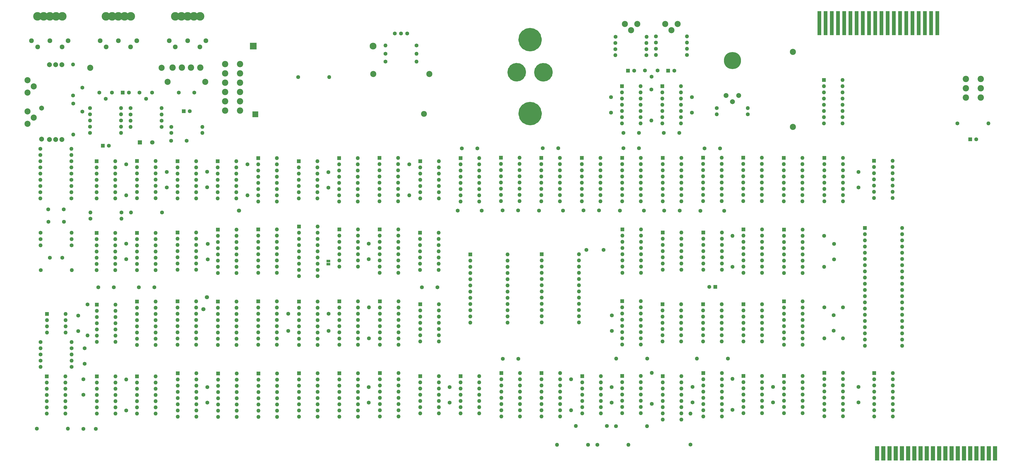
<source format=gbr>
%TF.GenerationSoftware,KiCad,Pcbnew,7.0.7*%
%TF.CreationDate,2023-09-25T12:36:18+01:00*%
%TF.ProjectId,TRS80IUS,54525338-3049-4555-932e-6b696361645f,rev?*%
%TF.SameCoordinates,Original*%
%TF.FileFunction,Soldermask,Top*%
%TF.FilePolarity,Negative*%
%FSLAX46Y46*%
G04 Gerber Fmt 4.6, Leading zero omitted, Abs format (unit mm)*
G04 Created by KiCad (PCBNEW 7.0.7) date 2023-09-25 12:36:18*
%MOMM*%
%LPD*%
G01*
G04 APERTURE LIST*
G04 Aperture macros list*
%AMFreePoly0*
4,1,45,1.815063,0.845106,1.830902,0.845106,1.843715,0.835796,1.858779,0.830902,1.868088,0.818088,1.880902,0.808779,1.885796,0.793715,1.895106,0.780902,1.895106,0.765062,1.900000,0.750000,1.900000,-0.750000,1.895106,-0.765062,1.895106,-0.780902,1.885796,-0.793715,1.880902,-0.808779,1.868088,-0.818088,1.858779,-0.830902,1.843715,-0.835796,1.830902,-0.845106,1.815063,-0.845106,
1.800000,-0.850000,-3.880000,-0.850000,-3.895063,-0.845106,-3.910902,-0.845106,-3.923715,-0.835796,-3.938779,-0.830902,-3.948088,-0.818088,-3.960902,-0.808779,-3.965796,-0.793715,-3.975106,-0.780902,-3.975106,-0.765062,-3.980000,-0.750000,-3.980000,0.750000,-3.975106,0.765062,-3.975106,0.780902,-3.965796,0.793715,-3.960902,0.808779,-3.948088,0.818088,-3.938779,0.830902,-3.923715,0.835796,
-3.910902,0.845106,-3.895063,0.845106,-3.880000,0.850000,1.800000,0.850000,1.815063,0.845106,1.815063,0.845106,$1*%
G04 Aperture macros list end*
%ADD10C,3.815000*%
%ADD11C,4.785000*%
%ADD12R,1.500000X1.000000*%
%ADD13C,2.600000*%
%ADD14C,1.600000*%
%ADD15R,1.600000X1.600000*%
%ADD16O,1.600000X1.600000*%
%ADD17C,2.000000*%
%ADD18FreePoly0,90.000000*%
%ADD19C,1.700000*%
%ADD20C,2.500000*%
%ADD21C,2.800000*%
%ADD22C,6.350000*%
%ADD23C,1.950000*%
%ADD24C,3.500000*%
%ADD25C,7.000000*%
%ADD26R,1.800000X1.800000*%
%ADD27C,1.800000*%
%ADD28R,2.800000X2.800000*%
%ADD29O,2.800000X2.800000*%
%ADD30R,1.625600X9.906000*%
%ADD31R,2.400000X2.400000*%
%ADD32O,2.400000X2.400000*%
G04 APERTURE END LIST*
D10*
X304287500Y-109150000D02*
G75*
G03*
X304287500Y-109150000I-1907500J0D01*
G01*
D11*
X310252500Y-126100000D02*
G75*
G03*
X310252500Y-126100000I-2392500J0D01*
G01*
X310232500Y-95820000D02*
G75*
G03*
X310232500Y-95820000I-2392500J0D01*
G01*
D10*
X315207500Y-109170000D02*
G75*
G03*
X315207500Y-109170000I-1907500J0D01*
G01*
D12*
%TO.C,J64*%
X225270000Y-186510000D03*
X225270000Y-187810000D03*
%TD*%
D13*
%TO.C,S2*%
X486185000Y-111875000D03*
X486185000Y-115685000D03*
X486185000Y-119495000D03*
X492295000Y-119495000D03*
X492295000Y-115685000D03*
X492295000Y-111875000D03*
%TD*%
D14*
%TO.C,C49*%
X296690000Y-226520000D03*
X303040000Y-226520000D03*
%TD*%
D15*
%TO.C,Z51*%
X345550000Y-202940000D03*
D16*
X345550000Y-205480000D03*
X345550000Y-208020000D03*
X345550000Y-210560000D03*
X345550000Y-213100000D03*
X345550000Y-215640000D03*
X345550000Y-218180000D03*
X345550000Y-220720000D03*
X353170000Y-220720000D03*
X353170000Y-218180000D03*
X353170000Y-215640000D03*
X353170000Y-213100000D03*
X353170000Y-210560000D03*
X353170000Y-208020000D03*
X353170000Y-205480000D03*
X353170000Y-202940000D03*
%TD*%
D14*
%TO.C,C3*%
X170400000Y-117523270D03*
X164050000Y-117523270D03*
%TD*%
D15*
%TO.C,Z25*%
X147000000Y-174955000D03*
D16*
X147000000Y-177495000D03*
X147000000Y-180035000D03*
X147000000Y-182575000D03*
X147000000Y-185115000D03*
X147000000Y-187655000D03*
X147000000Y-190195000D03*
X154620000Y-190195000D03*
X154620000Y-187655000D03*
X154620000Y-185115000D03*
X154620000Y-182575000D03*
X154620000Y-180035000D03*
X154620000Y-177495000D03*
X154620000Y-174955000D03*
%TD*%
D14*
%TO.C,C36*%
X175906730Y-185790000D03*
X175906730Y-179440000D03*
%TD*%
D15*
%TO.C,Z67*%
X296080000Y-232355000D03*
D16*
X296080000Y-234895000D03*
X296080000Y-237435000D03*
X296080000Y-239975000D03*
X296080000Y-242515000D03*
X296080000Y-245055000D03*
X296080000Y-247595000D03*
X296080000Y-250135000D03*
X303700000Y-250135000D03*
X303700000Y-247595000D03*
X303700000Y-245055000D03*
X303700000Y-242515000D03*
X303700000Y-239975000D03*
X303700000Y-237435000D03*
X303700000Y-234895000D03*
X303700000Y-232355000D03*
%TD*%
D15*
%TO.C,Z19*%
X378610000Y-144210000D03*
D16*
X378610000Y-146750000D03*
X378610000Y-149290000D03*
X378610000Y-151830000D03*
X378610000Y-154370000D03*
X378610000Y-156910000D03*
X378610000Y-159450000D03*
X378610000Y-161990000D03*
X386230000Y-161990000D03*
X386230000Y-159450000D03*
X386230000Y-156910000D03*
X386230000Y-154370000D03*
X386230000Y-151830000D03*
X386230000Y-149290000D03*
X386230000Y-146750000D03*
X386230000Y-144210000D03*
%TD*%
D14*
%TO.C,C34*%
X387306635Y-165913270D03*
X377526635Y-165913270D03*
%TD*%
%TO.C,C30*%
X321316635Y-165813270D03*
X311536635Y-165813270D03*
%TD*%
%TO.C,C28*%
X288026635Y-165823270D03*
X278246635Y-165823270D03*
%TD*%
D15*
%TO.C,Z6*%
X163580000Y-145610000D03*
D16*
X163580000Y-148150000D03*
X163580000Y-150690000D03*
X163580000Y-153230000D03*
X163580000Y-155770000D03*
X163580000Y-158310000D03*
X163580000Y-160850000D03*
X171200000Y-160850000D03*
X171200000Y-158310000D03*
X171200000Y-155770000D03*
X171200000Y-153230000D03*
X171200000Y-150690000D03*
X171200000Y-148150000D03*
X171200000Y-145610000D03*
%TD*%
D15*
%TO.C,Z16*%
X328990000Y-144250000D03*
D16*
X328990000Y-146790000D03*
X328990000Y-149330000D03*
X328990000Y-151870000D03*
X328990000Y-154410000D03*
X328990000Y-156950000D03*
X328990000Y-159490000D03*
X328990000Y-162030000D03*
X336610000Y-162030000D03*
X336610000Y-159490000D03*
X336610000Y-156950000D03*
X336610000Y-154410000D03*
X336610000Y-151870000D03*
X336610000Y-149330000D03*
X336610000Y-146790000D03*
X336610000Y-144250000D03*
%TD*%
D15*
%TO.C,Z62*%
X213320000Y-232460000D03*
D16*
X213320000Y-235000000D03*
X213320000Y-237540000D03*
X213320000Y-240080000D03*
X213320000Y-242620000D03*
X213320000Y-245160000D03*
X213320000Y-247700000D03*
X213320000Y-250240000D03*
X220940000Y-250240000D03*
X220940000Y-247700000D03*
X220940000Y-245160000D03*
X220940000Y-242620000D03*
X220940000Y-240080000D03*
X220940000Y-237540000D03*
X220940000Y-235000000D03*
X220940000Y-232460000D03*
%TD*%
D14*
%TO.C,R43*%
X157220000Y-166630000D03*
D16*
X144520000Y-166630000D03*
%TD*%
D17*
%TO.C,K1*%
X113700000Y-136750000D03*
X116240000Y-136750000D03*
X113700000Y-106060000D03*
X111160000Y-106060000D03*
X111160000Y-136750000D03*
X116240000Y-106060000D03*
%TD*%
D18*
%TO.C,CN3*%
X498070000Y-264270000D03*
X495530000Y-264270000D03*
X492990000Y-264270000D03*
X490450000Y-264270000D03*
X487910000Y-264270000D03*
X485370000Y-264270000D03*
X482830000Y-264270000D03*
X480290000Y-264270000D03*
X477750000Y-264270000D03*
X475210000Y-264270000D03*
X472670000Y-264270000D03*
X470130000Y-264270000D03*
X467590000Y-264270000D03*
X465050000Y-264270000D03*
X462510000Y-264270000D03*
X459970000Y-264270000D03*
X457430000Y-264270000D03*
X454890000Y-264270000D03*
X452350000Y-264270000D03*
X449810000Y-264270000D03*
%TD*%
D14*
%TO.C,R35*%
X120160000Y-150660000D03*
D16*
X107460000Y-150660000D03*
%TD*%
D14*
%TO.C,R45*%
X120220000Y-180030000D03*
D16*
X107520000Y-180030000D03*
%TD*%
D15*
%TO.C,C42*%
X383660000Y-197090000D03*
D14*
X381160000Y-197090000D03*
%TD*%
D15*
%TO.C,Z73*%
X395180000Y-233570000D03*
D16*
X395180000Y-236110000D03*
X395180000Y-238650000D03*
X395180000Y-241190000D03*
X395180000Y-243730000D03*
X395180000Y-246270000D03*
X395180000Y-248810000D03*
X402800000Y-248810000D03*
X402800000Y-246270000D03*
X402800000Y-243730000D03*
X402800000Y-241190000D03*
X402800000Y-238650000D03*
X402800000Y-236110000D03*
X402800000Y-233570000D03*
%TD*%
D14*
%TO.C,C12*%
X340963270Y-119380000D03*
X340963270Y-125730000D03*
%TD*%
D15*
%TO.C,Z33*%
X283345000Y-183755000D03*
D16*
X283345000Y-186295000D03*
X283345000Y-188835000D03*
X283345000Y-191375000D03*
X283345000Y-193915000D03*
X283345000Y-196455000D03*
X283345000Y-198995000D03*
X283345000Y-201535000D03*
X283345000Y-204075000D03*
X283345000Y-206615000D03*
X283345000Y-209155000D03*
X283345000Y-211695000D03*
X298585000Y-211695000D03*
X298585000Y-209155000D03*
X298585000Y-206615000D03*
X298585000Y-204075000D03*
X298585000Y-201535000D03*
X298585000Y-198995000D03*
X298585000Y-196455000D03*
X298585000Y-193915000D03*
X298585000Y-191375000D03*
X298585000Y-188835000D03*
X298585000Y-186295000D03*
X298585000Y-183755000D03*
%TD*%
D14*
%TO.C,C7*%
X167320000Y-137233270D03*
X160970000Y-137233270D03*
%TD*%
D15*
%TO.C,Z31*%
X246340000Y-173580000D03*
D16*
X246340000Y-176120000D03*
X246340000Y-178660000D03*
X246340000Y-181200000D03*
X246340000Y-183740000D03*
X246340000Y-186280000D03*
X246340000Y-188820000D03*
X246340000Y-191360000D03*
X253960000Y-191360000D03*
X253960000Y-188820000D03*
X253960000Y-186280000D03*
X253960000Y-183740000D03*
X253960000Y-181200000D03*
X253960000Y-178660000D03*
X253960000Y-176120000D03*
X253960000Y-173580000D03*
%TD*%
D14*
%TO.C,C41*%
X269940000Y-197263270D03*
X263590000Y-197263270D03*
%TD*%
D19*
%TO.C,J61*%
X188700000Y-165825000D03*
%TD*%
D14*
%TO.C,Q1*%
X131552275Y-117502275D03*
X136702275Y-117502275D03*
X134232275Y-120042275D03*
%TD*%
%TO.C,R41*%
X140610000Y-166590000D03*
D16*
X127910000Y-166590000D03*
%TD*%
D14*
%TO.C,CR9*%
X120790000Y-118715000D03*
D16*
X120790000Y-106015000D03*
%TD*%
D14*
%TO.C,R64*%
X390650000Y-247430000D03*
D16*
X390650000Y-234730000D03*
%TD*%
D15*
%TO.C,Z65*%
X262860000Y-233690000D03*
D16*
X262860000Y-236230000D03*
X262860000Y-238770000D03*
X262860000Y-241310000D03*
X262860000Y-243850000D03*
X262860000Y-246390000D03*
X262860000Y-248930000D03*
X270480000Y-248930000D03*
X270480000Y-246390000D03*
X270480000Y-243850000D03*
X270480000Y-241310000D03*
X270480000Y-238770000D03*
X270480000Y-236230000D03*
X270480000Y-233690000D03*
%TD*%
D15*
%TO.C,Z52*%
X362080000Y-204185000D03*
D16*
X362080000Y-206725000D03*
X362080000Y-209265000D03*
X362080000Y-211805000D03*
X362080000Y-214345000D03*
X362080000Y-216885000D03*
X362080000Y-219425000D03*
X369700000Y-219425000D03*
X369700000Y-216885000D03*
X369700000Y-214345000D03*
X369700000Y-211805000D03*
X369700000Y-209265000D03*
X369700000Y-206725000D03*
X369700000Y-204185000D03*
%TD*%
D14*
%TO.C,C45*%
X225353270Y-208080000D03*
X225353270Y-215080000D03*
%TD*%
D15*
%TO.C,Z22*%
X428220000Y-144250000D03*
D16*
X428220000Y-146790000D03*
X428220000Y-149330000D03*
X428220000Y-151870000D03*
X428220000Y-154410000D03*
X428220000Y-156950000D03*
X428220000Y-159490000D03*
X428220000Y-162030000D03*
X435840000Y-162030000D03*
X435840000Y-159490000D03*
X435840000Y-156950000D03*
X435840000Y-154410000D03*
X435840000Y-151870000D03*
X435840000Y-149330000D03*
X435840000Y-146790000D03*
X435840000Y-144250000D03*
%TD*%
D14*
%TO.C,R62*%
X342970000Y-254120000D03*
D16*
X355670000Y-254120000D03*
%TD*%
D15*
%TO.C,Z26*%
X163590000Y-174860000D03*
D16*
X163590000Y-177400000D03*
X163590000Y-179940000D03*
X163590000Y-182480000D03*
X163590000Y-185020000D03*
X163590000Y-187560000D03*
X163590000Y-190100000D03*
X171210000Y-190100000D03*
X171210000Y-187560000D03*
X171210000Y-185020000D03*
X171210000Y-182480000D03*
X171210000Y-179940000D03*
X171210000Y-177400000D03*
X171210000Y-174860000D03*
%TD*%
D15*
%TO.C,Z24*%
X130480000Y-174980000D03*
D16*
X130480000Y-177520000D03*
X130480000Y-180060000D03*
X130480000Y-182600000D03*
X130480000Y-185140000D03*
X130480000Y-187680000D03*
X130480000Y-190220000D03*
X138100000Y-190220000D03*
X138100000Y-187680000D03*
X138100000Y-185140000D03*
X138100000Y-182600000D03*
X138100000Y-180060000D03*
X138100000Y-177520000D03*
X138100000Y-174980000D03*
%TD*%
D14*
%TO.C,R28*%
X157090000Y-128980000D03*
D16*
X144390000Y-128980000D03*
%TD*%
D14*
%TO.C,R67*%
X126710000Y-204285000D03*
D16*
X126710000Y-216985000D03*
%TD*%
D14*
%TO.C,R25*%
X127735000Y-131460000D03*
D16*
X140435000Y-131460000D03*
%TD*%
D14*
%TO.C,R55*%
X107540000Y-227300000D03*
D16*
X120240000Y-227300000D03*
%TD*%
D15*
%TO.C,Z66*%
X279430000Y-233690000D03*
D16*
X279430000Y-236230000D03*
X279430000Y-238770000D03*
X279430000Y-241310000D03*
X279430000Y-243850000D03*
X279430000Y-246390000D03*
X279430000Y-248930000D03*
X287050000Y-248930000D03*
X287050000Y-246390000D03*
X287050000Y-243850000D03*
X287050000Y-241310000D03*
X287050000Y-238770000D03*
X287050000Y-236230000D03*
X287050000Y-233690000D03*
%TD*%
D14*
%TO.C,R23*%
X127735000Y-126390000D03*
D16*
X140435000Y-126390000D03*
%TD*%
D15*
%TO.C,Z11*%
X246230000Y-144270000D03*
D16*
X246230000Y-146810000D03*
X246230000Y-149350000D03*
X246230000Y-151890000D03*
X246230000Y-154430000D03*
X246230000Y-156970000D03*
X246230000Y-159510000D03*
X246230000Y-162050000D03*
X253850000Y-162050000D03*
X253850000Y-159510000D03*
X253850000Y-156970000D03*
X253850000Y-154430000D03*
X253850000Y-151890000D03*
X253850000Y-149350000D03*
X253850000Y-146810000D03*
X253850000Y-144270000D03*
%TD*%
D14*
%TO.C,R11*%
X359310000Y-94500000D03*
D16*
X372010000Y-94500000D03*
%TD*%
D14*
%TO.C,R31*%
X161020000Y-134050000D03*
D16*
X173720000Y-134050000D03*
%TD*%
D14*
%TO.C,CR7*%
X107525000Y-177490000D03*
D16*
X120225000Y-177490000D03*
%TD*%
D15*
%TO.C,Z10*%
X229740000Y-144350000D03*
D16*
X229740000Y-146890000D03*
X229740000Y-149430000D03*
X229740000Y-151970000D03*
X229740000Y-154510000D03*
X229740000Y-157050000D03*
X229740000Y-159590000D03*
X229740000Y-162130000D03*
X237360000Y-162130000D03*
X237360000Y-159590000D03*
X237360000Y-157050000D03*
X237360000Y-154510000D03*
X237360000Y-151970000D03*
X237360000Y-149430000D03*
X237360000Y-146890000D03*
X237360000Y-144350000D03*
%TD*%
D14*
%TO.C,R66*%
X373490000Y-261690000D03*
D16*
X373490000Y-248990000D03*
%TD*%
D20*
%TO.C,R5*%
X351720000Y-89410000D03*
X349180000Y-91950000D03*
X346640000Y-89410000D03*
%TD*%
D21*
%TO.C,Q4*%
X313299999Y-109170001D03*
X302379999Y-109170001D03*
D22*
X307849999Y-95870001D03*
X307849999Y-126070001D03*
%TD*%
D15*
%TO.C,Z7*%
X180040000Y-145605000D03*
D16*
X180040000Y-148145000D03*
X180040000Y-150685000D03*
X180040000Y-153225000D03*
X180040000Y-155765000D03*
X180040000Y-158305000D03*
X180040000Y-160845000D03*
X187660000Y-160845000D03*
X187660000Y-158305000D03*
X187660000Y-155765000D03*
X187660000Y-153225000D03*
X187660000Y-150685000D03*
X187660000Y-148145000D03*
X187660000Y-145605000D03*
%TD*%
D15*
%TO.C,Z56*%
X110060000Y-233750000D03*
D16*
X110060000Y-236290000D03*
X110060000Y-238830000D03*
X110060000Y-241370000D03*
X110060000Y-243910000D03*
X110060000Y-246450000D03*
X110060000Y-248990000D03*
X117680000Y-248990000D03*
X117680000Y-246450000D03*
X117680000Y-243910000D03*
X117680000Y-241370000D03*
X117680000Y-238830000D03*
X117680000Y-236290000D03*
X117680000Y-233750000D03*
%TD*%
D14*
%TO.C,R32*%
X107460000Y-140490000D03*
D16*
X120160000Y-140490000D03*
%TD*%
D14*
%TO.C,R56*%
X120240000Y-229850000D03*
D16*
X107540000Y-229850000D03*
%TD*%
D20*
%TO.C,R21*%
X102235000Y-130250000D03*
X104775000Y-127710000D03*
X102235000Y-125170000D03*
%TD*%
D15*
%TO.C,Z64*%
X246420000Y-232430000D03*
D16*
X246420000Y-234970000D03*
X246420000Y-237510000D03*
X246420000Y-240050000D03*
X246420000Y-242590000D03*
X246420000Y-245130000D03*
X246420000Y-247670000D03*
X246420000Y-250210000D03*
X254040000Y-250210000D03*
X254040000Y-247670000D03*
X254040000Y-245130000D03*
X254040000Y-242590000D03*
X254040000Y-240050000D03*
X254040000Y-237510000D03*
X254040000Y-234970000D03*
X254040000Y-232430000D03*
%TD*%
D15*
%TO.C,Z55*%
X411750000Y-203010000D03*
D16*
X411750000Y-205550000D03*
X411750000Y-208090000D03*
X411750000Y-210630000D03*
X411750000Y-213170000D03*
X411750000Y-215710000D03*
X411750000Y-218250000D03*
X411750000Y-220790000D03*
X419370000Y-220790000D03*
X419370000Y-218250000D03*
X419370000Y-215710000D03*
X419370000Y-213170000D03*
X419370000Y-210630000D03*
X419370000Y-208090000D03*
X419370000Y-205550000D03*
X419370000Y-203010000D03*
%TD*%
D14*
%TO.C,R61*%
X339230000Y-254080000D03*
D16*
X326530000Y-254080000D03*
%TD*%
D15*
%TO.C,Z5*%
X146990000Y-145550000D03*
D16*
X146990000Y-148090000D03*
X146990000Y-150630000D03*
X146990000Y-153170000D03*
X146990000Y-155710000D03*
X146990000Y-158250000D03*
X146990000Y-160790000D03*
X154610000Y-160790000D03*
X154610000Y-158250000D03*
X154610000Y-155710000D03*
X154610000Y-153170000D03*
X154610000Y-150630000D03*
X154610000Y-148090000D03*
X154610000Y-145550000D03*
%TD*%
D15*
%TO.C,Z17*%
X345510000Y-144240000D03*
D16*
X345510000Y-146780000D03*
X345510000Y-149320000D03*
X345510000Y-151860000D03*
X345510000Y-154400000D03*
X345510000Y-156940000D03*
X345510000Y-159480000D03*
X345510000Y-162020000D03*
X353130000Y-162020000D03*
X353130000Y-159480000D03*
X353130000Y-156940000D03*
X353130000Y-154400000D03*
X353130000Y-151860000D03*
X353130000Y-149320000D03*
X353130000Y-146780000D03*
X353130000Y-144240000D03*
%TD*%
D14*
%TO.C,R3*%
X248655000Y-104800000D03*
D16*
X261355000Y-104800000D03*
%TD*%
D15*
%TO.C,Z61*%
X196660000Y-232550000D03*
D16*
X196660000Y-235090000D03*
X196660000Y-237630000D03*
X196660000Y-240170000D03*
X196660000Y-242710000D03*
X196660000Y-245250000D03*
X196660000Y-247790000D03*
X196660000Y-250330000D03*
X204280000Y-250330000D03*
X204280000Y-247790000D03*
X204280000Y-245250000D03*
X204280000Y-242710000D03*
X204280000Y-240170000D03*
X204280000Y-237630000D03*
X204280000Y-235090000D03*
X204280000Y-232550000D03*
%TD*%
D14*
%TO.C,R42*%
X127915000Y-169140000D03*
D16*
X140615000Y-169140000D03*
%TD*%
D14*
%TO.C,R9*%
X355470000Y-102200000D03*
D16*
X342770000Y-102200000D03*
%TD*%
D14*
%TO.C,R37*%
X120170000Y-160810000D03*
D16*
X107470000Y-160810000D03*
%TD*%
D14*
%TO.C,R53*%
X120225000Y-222210000D03*
D16*
X107525000Y-222210000D03*
%TD*%
D23*
%TO.C,J3*%
X103820000Y-96267500D03*
D24*
X106240000Y-86287500D03*
X108780000Y-86287500D03*
X111320000Y-86287500D03*
D23*
X111320000Y-96267500D03*
D24*
X113860000Y-86287500D03*
X116400000Y-86287500D03*
D23*
X118820000Y-96267500D03*
X106320000Y-98767500D03*
X116320000Y-98767500D03*
%TD*%
D14*
%TO.C,C24*%
X110680000Y-165356730D03*
X117030000Y-165356730D03*
%TD*%
%TO.C,C14*%
X352430000Y-133990000D03*
X346080000Y-133990000D03*
%TD*%
D15*
%TO.C,Z57*%
X130520000Y-233785000D03*
D16*
X130520000Y-236325000D03*
X130520000Y-238865000D03*
X130520000Y-241405000D03*
X130520000Y-243945000D03*
X130520000Y-246485000D03*
X130520000Y-249025000D03*
X138140000Y-249025000D03*
X138140000Y-246485000D03*
X138140000Y-243945000D03*
X138140000Y-241405000D03*
X138140000Y-238865000D03*
X138140000Y-236325000D03*
X138140000Y-233785000D03*
%TD*%
D23*
%TO.C,J1*%
X160190000Y-96267500D03*
X167690000Y-96267500D03*
X175190000Y-96267500D03*
D24*
X162610000Y-86287500D03*
D23*
X162690000Y-98767500D03*
D24*
X165150000Y-86287500D03*
X167690000Y-86287500D03*
X170230000Y-86287500D03*
X172770000Y-86287500D03*
D23*
X172690000Y-98767500D03*
%TD*%
D14*
%TO.C,C23*%
X442190000Y-156340000D03*
X442190000Y-149990000D03*
%TD*%
%TO.C,C59*%
X124596730Y-125256635D03*
X124596730Y-115476635D03*
%TD*%
D17*
%TO.C,Q6*%
X388020000Y-118690000D03*
X393170000Y-118690000D03*
X390700000Y-121230000D03*
D25*
X390700000Y-104370000D03*
%TD*%
D14*
%TO.C,C16*%
X286250000Y-140373270D03*
X279900000Y-140373270D03*
%TD*%
D15*
%TO.C,Z30*%
X229770000Y-173520000D03*
D16*
X229770000Y-176060000D03*
X229770000Y-178600000D03*
X229770000Y-181140000D03*
X229770000Y-183680000D03*
X229770000Y-186220000D03*
X229770000Y-188760000D03*
X237390000Y-188760000D03*
X237390000Y-186220000D03*
X237390000Y-183680000D03*
X237390000Y-181140000D03*
X237390000Y-178600000D03*
X237390000Y-176060000D03*
X237390000Y-173520000D03*
%TD*%
D20*
%TO.C,R4*%
X266660000Y-109840000D03*
X243660000Y-109840000D03*
%TD*%
D14*
%TO.C,C55*%
X407266730Y-244440000D03*
X407266730Y-238090000D03*
%TD*%
D15*
%TO.C,Z71*%
X362120000Y-233680000D03*
D16*
X362120000Y-236220000D03*
X362120000Y-238760000D03*
X362120000Y-241300000D03*
X362120000Y-243840000D03*
X362120000Y-246380000D03*
X362120000Y-248920000D03*
X362120000Y-251460000D03*
X369740000Y-251460000D03*
X369740000Y-248920000D03*
X369740000Y-246380000D03*
X369740000Y-243840000D03*
X369740000Y-241300000D03*
X369740000Y-238760000D03*
X369740000Y-236220000D03*
X369740000Y-233680000D03*
%TD*%
D14*
%TO.C,C58*%
X337900000Y-181950000D03*
X330900000Y-181950000D03*
%TD*%
%TO.C,R27*%
X144395000Y-126440000D03*
D16*
X157095000Y-126440000D03*
%TD*%
D14*
%TO.C,CR6*%
X107525000Y-174940000D03*
D16*
X120225000Y-174940000D03*
%TD*%
D14*
%TO.C,Q5*%
X354842275Y-108472275D03*
X359992275Y-108472275D03*
X357522275Y-111012275D03*
%TD*%
D15*
%TO.C,Z58*%
X147010000Y-233725000D03*
D16*
X147010000Y-236265000D03*
X147010000Y-238805000D03*
X147010000Y-241345000D03*
X147010000Y-243885000D03*
X147010000Y-246425000D03*
X147010000Y-248965000D03*
X154630000Y-248965000D03*
X154630000Y-246425000D03*
X154630000Y-243885000D03*
X154630000Y-241345000D03*
X154630000Y-238805000D03*
X154630000Y-236265000D03*
X154630000Y-233725000D03*
%TD*%
D15*
%TO.C,Z32*%
X262820000Y-174930000D03*
D16*
X262820000Y-177470000D03*
X262820000Y-180010000D03*
X262820000Y-182550000D03*
X262820000Y-185090000D03*
X262820000Y-187630000D03*
X262820000Y-190170000D03*
X270440000Y-190170000D03*
X270440000Y-187630000D03*
X270440000Y-185090000D03*
X270440000Y-182550000D03*
X270440000Y-180010000D03*
X270440000Y-177470000D03*
X270440000Y-174930000D03*
%TD*%
D19*
%TO.C,J63*%
X174200000Y-206200000D03*
%TD*%
D15*
%TO.C,Z2*%
X361930000Y-114910000D03*
D16*
X361930000Y-117450000D03*
X361930000Y-119990000D03*
X361930000Y-122530000D03*
X361930000Y-125070000D03*
X361930000Y-127610000D03*
X361930000Y-130150000D03*
X369550000Y-130150000D03*
X369550000Y-127610000D03*
X369550000Y-125070000D03*
X369550000Y-122530000D03*
X369550000Y-119990000D03*
X369550000Y-117450000D03*
X369550000Y-114910000D03*
%TD*%
D23*
%TO.C,J2*%
X131880000Y-96267500D03*
X139380000Y-96267500D03*
X146880000Y-96267500D03*
X134380000Y-98767500D03*
D24*
X134300000Y-86287500D03*
X136840000Y-86287500D03*
X139380000Y-86287500D03*
X141920000Y-86287500D03*
D23*
X144380000Y-98767500D03*
D24*
X144460000Y-86287500D03*
%TD*%
D15*
%TO.C,Z41*%
X110130000Y-208170000D03*
D16*
X110130000Y-210710000D03*
X110130000Y-213250000D03*
X110130000Y-215790000D03*
X117750000Y-215790000D03*
X117750000Y-213250000D03*
X117750000Y-210710000D03*
X117750000Y-208170000D03*
%TD*%
D15*
%TO.C,Z49*%
X246380000Y-203030000D03*
D16*
X246380000Y-205570000D03*
X246380000Y-208110000D03*
X246380000Y-210650000D03*
X246380000Y-213190000D03*
X246380000Y-215730000D03*
X246380000Y-218270000D03*
X246380000Y-220810000D03*
X254000000Y-220810000D03*
X254000000Y-218270000D03*
X254000000Y-215730000D03*
X254000000Y-213190000D03*
X254000000Y-210650000D03*
X254000000Y-208110000D03*
X254000000Y-205570000D03*
X254000000Y-203030000D03*
%TD*%
D14*
%TO.C,R59*%
X142560000Y-247685000D03*
D16*
X142560000Y-234985000D03*
%TD*%
D15*
%TO.C,Z42*%
X130550000Y-204340000D03*
D16*
X130550000Y-206880000D03*
X130550000Y-209420000D03*
X130550000Y-211960000D03*
X130550000Y-214500000D03*
X130550000Y-217040000D03*
X130550000Y-219580000D03*
X138170000Y-219580000D03*
X138170000Y-217040000D03*
X138170000Y-214500000D03*
X138170000Y-211960000D03*
X138170000Y-209420000D03*
X138170000Y-206880000D03*
X138170000Y-204340000D03*
%TD*%
D15*
%TO.C,Z76*%
X448630000Y-232370000D03*
D16*
X448630000Y-234910000D03*
X448630000Y-237450000D03*
X448630000Y-239990000D03*
X448630000Y-242530000D03*
X448630000Y-245070000D03*
X448630000Y-247610000D03*
X448630000Y-250150000D03*
X456250000Y-250150000D03*
X456250000Y-247610000D03*
X456250000Y-245070000D03*
X456250000Y-242530000D03*
X456250000Y-239990000D03*
X456250000Y-237450000D03*
X456250000Y-234910000D03*
X456250000Y-232370000D03*
%TD*%
D15*
%TO.C,Z18*%
X362090000Y-144220000D03*
D16*
X362090000Y-146760000D03*
X362090000Y-149300000D03*
X362090000Y-151840000D03*
X362090000Y-154380000D03*
X362090000Y-156920000D03*
X362090000Y-159460000D03*
X362090000Y-162000000D03*
X369710000Y-162000000D03*
X369710000Y-159460000D03*
X369710000Y-156920000D03*
X369710000Y-154380000D03*
X369710000Y-151840000D03*
X369710000Y-149300000D03*
X369710000Y-146760000D03*
X369710000Y-144220000D03*
%TD*%
D17*
%TO.C,R167*%
X107950000Y-136565000D03*
X107950000Y-123865000D03*
%TD*%
D15*
%TO.C,Z39*%
X411730000Y-173610000D03*
D16*
X411730000Y-176150000D03*
X411730000Y-178690000D03*
X411730000Y-181230000D03*
X411730000Y-183770000D03*
X411730000Y-186310000D03*
X411730000Y-188850000D03*
X411730000Y-191390000D03*
X419350000Y-191390000D03*
X419350000Y-188850000D03*
X419350000Y-186310000D03*
X419350000Y-183770000D03*
X419350000Y-181230000D03*
X419350000Y-178690000D03*
X419350000Y-176150000D03*
X419350000Y-173610000D03*
%TD*%
D13*
%TO.C,CR8*%
X161550000Y-107270000D03*
X169110000Y-107270000D03*
X172890000Y-107270000D03*
X165330000Y-107270000D03*
%TD*%
D15*
%TO.C,Z3*%
X428070000Y-112360000D03*
D16*
X428070000Y-114900000D03*
X428070000Y-117440000D03*
X428070000Y-119980000D03*
X428070000Y-122520000D03*
X428070000Y-125060000D03*
X428070000Y-127600000D03*
X428070000Y-130140000D03*
X435690000Y-130140000D03*
X435690000Y-127600000D03*
X435690000Y-125060000D03*
X435690000Y-122520000D03*
X435690000Y-119980000D03*
X435690000Y-117440000D03*
X435690000Y-114900000D03*
X435690000Y-112360000D03*
%TD*%
D15*
%TO.C,Z48*%
X229790000Y-203010000D03*
D16*
X229790000Y-205550000D03*
X229790000Y-208090000D03*
X229790000Y-210630000D03*
X229790000Y-213170000D03*
X229790000Y-215710000D03*
X229790000Y-218250000D03*
X229790000Y-220790000D03*
X237410000Y-220790000D03*
X237410000Y-218250000D03*
X237410000Y-215710000D03*
X237410000Y-213170000D03*
X237410000Y-210630000D03*
X237410000Y-208090000D03*
X237410000Y-205550000D03*
X237410000Y-203010000D03*
%TD*%
D15*
%TO.C,Z40*%
X444830000Y-172970000D03*
D16*
X444830000Y-175510000D03*
X444830000Y-178050000D03*
X444830000Y-180590000D03*
X444830000Y-183130000D03*
X444830000Y-185670000D03*
X444830000Y-188210000D03*
X444830000Y-190750000D03*
X444830000Y-193290000D03*
X444830000Y-195830000D03*
X444830000Y-198370000D03*
X444830000Y-200910000D03*
X444830000Y-203450000D03*
X444830000Y-205990000D03*
X444830000Y-208530000D03*
X444830000Y-211070000D03*
X444830000Y-213610000D03*
X444830000Y-216150000D03*
X444830000Y-218690000D03*
X444830000Y-221230000D03*
X460070000Y-221230000D03*
X460070000Y-218690000D03*
X460070000Y-216150000D03*
X460070000Y-213610000D03*
X460070000Y-211070000D03*
X460070000Y-208530000D03*
X460070000Y-205990000D03*
X460070000Y-203450000D03*
X460070000Y-200910000D03*
X460070000Y-198370000D03*
X460070000Y-195830000D03*
X460070000Y-193290000D03*
X460070000Y-190750000D03*
X460070000Y-188210000D03*
X460070000Y-185670000D03*
X460070000Y-183130000D03*
X460070000Y-180590000D03*
X460070000Y-178050000D03*
X460070000Y-175510000D03*
X460070000Y-172970000D03*
%TD*%
D15*
%TO.C,Z8*%
X196590000Y-144350000D03*
D16*
X196590000Y-146890000D03*
X196590000Y-149430000D03*
X196590000Y-151970000D03*
X196590000Y-154510000D03*
X196590000Y-157050000D03*
X196590000Y-159590000D03*
X196590000Y-162130000D03*
X204210000Y-162130000D03*
X204210000Y-159590000D03*
X204210000Y-157050000D03*
X204210000Y-154510000D03*
X204210000Y-151970000D03*
X204210000Y-149430000D03*
X204210000Y-146890000D03*
X204210000Y-144350000D03*
%TD*%
D15*
%TO.C,Z13*%
X279370000Y-144300000D03*
D16*
X279370000Y-146840000D03*
X279370000Y-149380000D03*
X279370000Y-151920000D03*
X279370000Y-154460000D03*
X279370000Y-157000000D03*
X279370000Y-159540000D03*
X279370000Y-162080000D03*
X286990000Y-162080000D03*
X286990000Y-159540000D03*
X286990000Y-157000000D03*
X286990000Y-154460000D03*
X286990000Y-151920000D03*
X286990000Y-149380000D03*
X286990000Y-146840000D03*
X286990000Y-144300000D03*
%TD*%
D14*
%TO.C,R48*%
X428190000Y-176190000D03*
D16*
X428190000Y-188890000D03*
%TD*%
D14*
%TO.C,R2*%
X248655000Y-101550000D03*
D16*
X261355000Y-101550000D03*
%TD*%
D14*
%TO.C,C38*%
X432190000Y-185840000D03*
X432190000Y-179490000D03*
%TD*%
%TO.C,R29*%
X144395000Y-123890000D03*
D16*
X157095000Y-123890000D03*
%TD*%
D14*
%TO.C,R1*%
X261360000Y-98190000D03*
D16*
X248660000Y-98190000D03*
%TD*%
D15*
%TO.C,Z20*%
X395100000Y-144200000D03*
D16*
X395100000Y-146740000D03*
X395100000Y-149280000D03*
X395100000Y-151820000D03*
X395100000Y-154360000D03*
X395100000Y-156900000D03*
X395100000Y-159440000D03*
X395100000Y-161980000D03*
X402720000Y-161980000D03*
X402720000Y-159440000D03*
X402720000Y-156900000D03*
X402720000Y-154360000D03*
X402720000Y-151820000D03*
X402720000Y-149280000D03*
X402720000Y-146740000D03*
X402720000Y-144200000D03*
%TD*%
D15*
%TO.C,Z34*%
X312580000Y-183750000D03*
D16*
X312580000Y-186290000D03*
X312580000Y-188830000D03*
X312580000Y-191370000D03*
X312580000Y-193910000D03*
X312580000Y-196450000D03*
X312580000Y-198990000D03*
X312580000Y-201530000D03*
X312580000Y-204070000D03*
X312580000Y-206610000D03*
X312580000Y-209150000D03*
X312580000Y-211690000D03*
X327820000Y-211690000D03*
X327820000Y-209150000D03*
X327820000Y-206610000D03*
X327820000Y-204070000D03*
X327820000Y-201530000D03*
X327820000Y-198990000D03*
X327820000Y-196450000D03*
X327820000Y-193910000D03*
X327820000Y-191370000D03*
X327820000Y-188830000D03*
X327820000Y-186290000D03*
X327820000Y-183750000D03*
%TD*%
D15*
%TO.C,C5*%
X133000000Y-139250000D03*
D14*
X135500000Y-139250000D03*
%TD*%
D20*
%TO.C,R19*%
X174935000Y-113115000D03*
X159535000Y-113115000D03*
%TD*%
D14*
%TO.C,R33*%
X120150000Y-145570000D03*
D16*
X107450000Y-145570000D03*
%TD*%
D14*
%TO.C,R51*%
X435860000Y-205475000D03*
D16*
X435860000Y-218175000D03*
%TD*%
D15*
%TO.C,Z36*%
X362090000Y-174850000D03*
D16*
X362090000Y-177390000D03*
X362090000Y-179930000D03*
X362090000Y-182470000D03*
X362090000Y-185010000D03*
X362090000Y-187550000D03*
X362090000Y-190090000D03*
X369710000Y-190090000D03*
X369710000Y-187550000D03*
X369710000Y-185010000D03*
X369710000Y-182470000D03*
X369710000Y-179930000D03*
X369710000Y-177390000D03*
X369710000Y-174850000D03*
%TD*%
D14*
%TO.C,CR1*%
X212970000Y-111180000D03*
D16*
X225670000Y-111180000D03*
%TD*%
D14*
%TO.C,C27*%
X125030000Y-255289037D03*
X130110000Y-255289037D03*
%TD*%
%TO.C,R24*%
X140430000Y-128920000D03*
D16*
X127730000Y-128920000D03*
%TD*%
D15*
%TO.C,C2*%
X141180000Y-117480000D03*
D14*
X143680000Y-117480000D03*
%TD*%
D15*
%TO.C,C4*%
X166110000Y-125090000D03*
D14*
X168610000Y-125090000D03*
%TD*%
%TO.C,R68*%
X335400000Y-261780000D03*
D16*
X348100000Y-261780000D03*
%TD*%
D15*
%TO.C,Z28*%
X196630000Y-173590000D03*
D16*
X196630000Y-176130000D03*
X196630000Y-178670000D03*
X196630000Y-181210000D03*
X196630000Y-183750000D03*
X196630000Y-186290000D03*
X196630000Y-188830000D03*
X196630000Y-191370000D03*
X204250000Y-191370000D03*
X204250000Y-188830000D03*
X204250000Y-186290000D03*
X204250000Y-183750000D03*
X204250000Y-181210000D03*
X204250000Y-178670000D03*
X204250000Y-176130000D03*
X204250000Y-173590000D03*
%TD*%
D15*
%TO.C,Z74*%
X411720000Y-233590000D03*
D16*
X411720000Y-236130000D03*
X411720000Y-238670000D03*
X411720000Y-241210000D03*
X411720000Y-243750000D03*
X411720000Y-246290000D03*
X411720000Y-248830000D03*
X419340000Y-248830000D03*
X419340000Y-246290000D03*
X419340000Y-243750000D03*
X419340000Y-241210000D03*
X419340000Y-238670000D03*
X419340000Y-236130000D03*
X419340000Y-233590000D03*
%TD*%
D14*
%TO.C,C13*%
X374086730Y-125700000D03*
X374086730Y-119350000D03*
%TD*%
%TO.C,R8*%
X342770000Y-99680000D03*
D16*
X355470000Y-99680000D03*
%TD*%
D14*
%TO.C,C26*%
X125100000Y-234960000D03*
X125100000Y-241310000D03*
%TD*%
%TO.C,R38*%
X142560000Y-146850000D03*
D16*
X142560000Y-159550000D03*
%TD*%
D14*
%TO.C,C52*%
X274900000Y-244460000D03*
X274900000Y-238110000D03*
%TD*%
%TO.C,C47*%
X432050000Y-215050000D03*
X432050000Y-208700000D03*
%TD*%
%TO.C,C22*%
X225310000Y-156410000D03*
X225310000Y-150060000D03*
%TD*%
D26*
%TO.C,C6*%
X148180000Y-137930000D03*
D27*
X153260000Y-137930000D03*
%TD*%
D14*
%TO.C,C29*%
X296600000Y-165796730D03*
X302950000Y-165796730D03*
%TD*%
D15*
%TO.C,Z59*%
X163670000Y-232440000D03*
D16*
X163670000Y-234980000D03*
X163670000Y-237520000D03*
X163670000Y-240060000D03*
X163670000Y-242600000D03*
X163670000Y-245140000D03*
X163670000Y-247680000D03*
X163670000Y-250220000D03*
X171290000Y-250220000D03*
X171290000Y-247680000D03*
X171290000Y-245140000D03*
X171290000Y-242600000D03*
X171290000Y-240060000D03*
X171290000Y-237520000D03*
X171290000Y-234980000D03*
X171290000Y-232440000D03*
%TD*%
D14*
%TO.C,R60*%
X324610000Y-234940000D03*
D16*
X324610000Y-247640000D03*
%TD*%
D15*
%TO.C,C57*%
X487900000Y-136640000D03*
D14*
X490400000Y-136640000D03*
%TD*%
%TO.C,C19*%
X385580000Y-140333270D03*
X379230000Y-140333270D03*
%TD*%
D15*
%TO.C,Z63*%
X229810000Y-232470000D03*
D16*
X229810000Y-235010000D03*
X229810000Y-237550000D03*
X229810000Y-240090000D03*
X229810000Y-242630000D03*
X229810000Y-245170000D03*
X229810000Y-247710000D03*
X229810000Y-250250000D03*
X237430000Y-250250000D03*
X237430000Y-247710000D03*
X237430000Y-245170000D03*
X237430000Y-242630000D03*
X237430000Y-240090000D03*
X237430000Y-237550000D03*
X237430000Y-235010000D03*
X237430000Y-232470000D03*
%TD*%
D15*
%TO.C,Z44*%
X163580000Y-203015000D03*
D16*
X163580000Y-205555000D03*
X163580000Y-208095000D03*
X163580000Y-210635000D03*
X163580000Y-213175000D03*
X163580000Y-215715000D03*
X163580000Y-218255000D03*
X163580000Y-220795000D03*
X171200000Y-220795000D03*
X171200000Y-218255000D03*
X171200000Y-215715000D03*
X171200000Y-213175000D03*
X171200000Y-210635000D03*
X171200000Y-208095000D03*
X171200000Y-205555000D03*
X171200000Y-203015000D03*
%TD*%
D14*
%TO.C,CR3*%
X107460000Y-143030000D03*
D16*
X120160000Y-143030000D03*
%TD*%
D28*
%TO.C,C8*%
X194560000Y-98410000D03*
D29*
X243560000Y-98410000D03*
%TD*%
D14*
%TO.C,C43*%
X122910000Y-208820000D03*
X122910000Y-215170000D03*
%TD*%
D15*
%TO.C,Z15*%
X312450000Y-144230000D03*
D16*
X312450000Y-146770000D03*
X312450000Y-149310000D03*
X312450000Y-151850000D03*
X312450000Y-154390000D03*
X312450000Y-156930000D03*
X312450000Y-159470000D03*
X312450000Y-162010000D03*
X320070000Y-162010000D03*
X320070000Y-159470000D03*
X320070000Y-156930000D03*
X320070000Y-154390000D03*
X320070000Y-151850000D03*
X320070000Y-149310000D03*
X320070000Y-146770000D03*
X320070000Y-144230000D03*
%TD*%
D14*
%TO.C,R63*%
X357610000Y-245050000D03*
D16*
X357610000Y-232350000D03*
%TD*%
D15*
%TO.C,Z46*%
X196610000Y-203040000D03*
D16*
X196610000Y-205580000D03*
X196610000Y-208120000D03*
X196610000Y-210660000D03*
X196610000Y-213200000D03*
X196610000Y-215740000D03*
X196610000Y-218280000D03*
X196610000Y-220820000D03*
X204230000Y-220820000D03*
X204230000Y-218280000D03*
X204230000Y-215740000D03*
X204230000Y-213200000D03*
X204230000Y-210660000D03*
X204230000Y-208120000D03*
X204230000Y-205580000D03*
X204230000Y-203040000D03*
%TD*%
D20*
%TO.C,R20*%
X102165000Y-117480000D03*
X104705000Y-114940000D03*
X102165000Y-112400000D03*
%TD*%
D14*
%TO.C,C35*%
X142556730Y-185770000D03*
X142556730Y-179420000D03*
%TD*%
%TO.C,C39*%
X137530000Y-197293270D03*
X131180000Y-197293270D03*
%TD*%
D15*
%TO.C,Z23*%
X448580000Y-145430000D03*
D16*
X448580000Y-147970000D03*
X448580000Y-150510000D03*
X448580000Y-153050000D03*
X448580000Y-155590000D03*
X448580000Y-158130000D03*
X448580000Y-160670000D03*
X456200000Y-160670000D03*
X456200000Y-158130000D03*
X456200000Y-155590000D03*
X456200000Y-153050000D03*
X456200000Y-150510000D03*
X456200000Y-147970000D03*
X456200000Y-145430000D03*
%TD*%
D14*
%TO.C,R15*%
X357470000Y-116210000D03*
D16*
X357470000Y-128910000D03*
%TD*%
D14*
%TO.C,C40*%
X147720000Y-197240000D03*
X154070000Y-197240000D03*
%TD*%
%TO.C,C50*%
X175746730Y-244490000D03*
X175746730Y-238140000D03*
%TD*%
%TO.C,C46*%
X341320000Y-215160000D03*
X341320000Y-208810000D03*
%TD*%
%TO.C,C20*%
X159160000Y-150050000D03*
X159160000Y-156400000D03*
%TD*%
D15*
%TO.C,Z68*%
X312510000Y-232360000D03*
D16*
X312510000Y-234900000D03*
X312510000Y-237440000D03*
X312510000Y-239980000D03*
X312510000Y-242520000D03*
X312510000Y-245060000D03*
X312510000Y-247600000D03*
X312510000Y-250140000D03*
X320130000Y-250140000D03*
X320130000Y-247600000D03*
X320130000Y-245060000D03*
X320130000Y-242520000D03*
X320130000Y-239980000D03*
X320130000Y-237440000D03*
X320130000Y-234900000D03*
X320130000Y-232360000D03*
%TD*%
D14*
%TO.C,R44*%
X106040000Y-255210000D03*
D16*
X118740000Y-255210000D03*
%TD*%
D14*
%TO.C,R47*%
X390690000Y-188870000D03*
D16*
X390690000Y-176170000D03*
%TD*%
D14*
%TO.C,R30*%
X157090000Y-131520000D03*
D16*
X144390000Y-131520000D03*
%TD*%
D15*
%TO.C,Z4*%
X130480000Y-145590000D03*
D16*
X130480000Y-148130000D03*
X130480000Y-150670000D03*
X130480000Y-153210000D03*
X130480000Y-155750000D03*
X130480000Y-158290000D03*
X130480000Y-160830000D03*
X138100000Y-160830000D03*
X138100000Y-158290000D03*
X138100000Y-155750000D03*
X138100000Y-153210000D03*
X138100000Y-150670000D03*
X138100000Y-148130000D03*
X138100000Y-145590000D03*
%TD*%
D30*
%TO.C,E1*%
X426210000Y-89040000D03*
X428750000Y-89040000D03*
X431290000Y-89040000D03*
X433830000Y-89040000D03*
X436370000Y-89040000D03*
X438910000Y-89040000D03*
X441450000Y-89040000D03*
X443990000Y-89040000D03*
X446530000Y-89040000D03*
X449070000Y-89040000D03*
X451610000Y-89040000D03*
X454150000Y-89040000D03*
X456690000Y-89040000D03*
X459230000Y-89040000D03*
X461770000Y-89040000D03*
X464310000Y-89040000D03*
X466850000Y-89040000D03*
X469390000Y-89040000D03*
X471930000Y-89040000D03*
X474508100Y-89040000D03*
%TD*%
D20*
%TO.C,R10*%
X363110000Y-89390000D03*
X365650000Y-91930000D03*
X368190000Y-89390000D03*
%TD*%
D14*
%TO.C,R16*%
X384215000Y-123830000D03*
D16*
X396915000Y-123830000D03*
%TD*%
D15*
%TO.C,Z45*%
X180120000Y-203100000D03*
D16*
X180120000Y-205640000D03*
X180120000Y-208180000D03*
X180120000Y-210720000D03*
X180120000Y-213260000D03*
X180120000Y-215800000D03*
X180120000Y-218340000D03*
X180120000Y-220880000D03*
X187740000Y-220880000D03*
X187740000Y-218340000D03*
X187740000Y-215800000D03*
X187740000Y-213260000D03*
X187740000Y-210720000D03*
X187740000Y-208180000D03*
X187740000Y-205640000D03*
X187740000Y-203100000D03*
%TD*%
D14*
%TO.C,C44*%
X208893270Y-208110000D03*
X208893270Y-215110000D03*
%TD*%
D31*
%TO.C,C9*%
X195450000Y-126360000D03*
D32*
X264450000Y-126240000D03*
%TD*%
D14*
%TO.C,R7*%
X342775000Y-97140000D03*
D16*
X355475000Y-97140000D03*
%TD*%
D14*
%TO.C,C54*%
X374310000Y-244450000D03*
X374310000Y-238100000D03*
%TD*%
D15*
%TO.C,Z53*%
X378660000Y-204220000D03*
D16*
X378660000Y-206760000D03*
X378660000Y-209300000D03*
X378660000Y-211840000D03*
X378660000Y-214380000D03*
X378660000Y-216920000D03*
X378660000Y-219460000D03*
X386280000Y-219460000D03*
X386280000Y-216920000D03*
X386280000Y-214380000D03*
X386280000Y-211840000D03*
X386280000Y-209300000D03*
X386280000Y-206760000D03*
X386280000Y-204220000D03*
%TD*%
D19*
%TO.C,J62*%
X175575000Y-201300000D03*
%TD*%
D14*
%TO.C,C18*%
X352410000Y-140303270D03*
X346060000Y-140303270D03*
%TD*%
%TO.C,R22*%
X127740000Y-123860000D03*
D16*
X140440000Y-123860000D03*
%TD*%
D15*
%TO.C,Z50*%
X262930000Y-204230000D03*
D16*
X262930000Y-206770000D03*
X262930000Y-209310000D03*
X262930000Y-211850000D03*
X262930000Y-214390000D03*
X262930000Y-216930000D03*
X262930000Y-219470000D03*
X270550000Y-219470000D03*
X270550000Y-216930000D03*
X270550000Y-214390000D03*
X270550000Y-211850000D03*
X270550000Y-209310000D03*
X270550000Y-206770000D03*
X270550000Y-204230000D03*
%TD*%
D15*
%TO.C,Z14*%
X295930000Y-144195000D03*
D16*
X295930000Y-146735000D03*
X295930000Y-149275000D03*
X295930000Y-151815000D03*
X295930000Y-154355000D03*
X295930000Y-156895000D03*
X295930000Y-159435000D03*
X295930000Y-161975000D03*
X303550000Y-161975000D03*
X303550000Y-159435000D03*
X303550000Y-156895000D03*
X303550000Y-154355000D03*
X303550000Y-151815000D03*
X303550000Y-149275000D03*
X303550000Y-146735000D03*
X303550000Y-144195000D03*
%TD*%
D14*
%TO.C,C31*%
X329680000Y-165776730D03*
X336030000Y-165776730D03*
%TD*%
%TO.C,R50*%
X428210000Y-205485000D03*
D16*
X428210000Y-218185000D03*
%TD*%
D14*
%TO.C,R36*%
X120170000Y-153200000D03*
D16*
X107470000Y-153200000D03*
%TD*%
D14*
%TO.C,Q2*%
X148002275Y-117492275D03*
X153152275Y-117492275D03*
X150682275Y-120032275D03*
%TD*%
D15*
%TO.C,Z35*%
X345600000Y-173570000D03*
D16*
X345600000Y-176110000D03*
X345600000Y-178650000D03*
X345600000Y-181190000D03*
X345600000Y-183730000D03*
X345600000Y-186270000D03*
X345600000Y-188810000D03*
X345600000Y-191350000D03*
X353220000Y-191350000D03*
X353220000Y-188810000D03*
X353220000Y-186270000D03*
X353220000Y-183730000D03*
X353220000Y-181190000D03*
X353220000Y-178650000D03*
X353220000Y-176110000D03*
X353220000Y-173570000D03*
%TD*%
D14*
%TO.C,R34*%
X107460000Y-148120000D03*
D16*
X120160000Y-148120000D03*
%TD*%
D15*
%TO.C,Z54*%
X395150000Y-204190000D03*
D16*
X395150000Y-206730000D03*
X395150000Y-209270000D03*
X395150000Y-211810000D03*
X395150000Y-214350000D03*
X395150000Y-216890000D03*
X395150000Y-219430000D03*
X402770000Y-219430000D03*
X402770000Y-216890000D03*
X402770000Y-214350000D03*
X402770000Y-211810000D03*
X402770000Y-209270000D03*
X402770000Y-206730000D03*
X402770000Y-204190000D03*
%TD*%
D15*
%TO.C,C10*%
X347910000Y-108520000D03*
D14*
X350410000Y-108520000D03*
%TD*%
%TO.C,C17*%
X319360000Y-140280000D03*
X313010000Y-140280000D03*
%TD*%
%TO.C,C15*%
X368930000Y-133993270D03*
X362580000Y-133993270D03*
%TD*%
D15*
%TO.C,Z21*%
X411650000Y-144255000D03*
D16*
X411650000Y-146795000D03*
X411650000Y-149335000D03*
X411650000Y-151875000D03*
X411650000Y-154415000D03*
X411650000Y-156955000D03*
X411650000Y-159495000D03*
X411650000Y-162035000D03*
X419270000Y-162035000D03*
X419270000Y-159495000D03*
X419270000Y-156955000D03*
X419270000Y-154415000D03*
X419270000Y-151875000D03*
X419270000Y-149335000D03*
X419270000Y-146795000D03*
X419270000Y-144255000D03*
%TD*%
D14*
%TO.C,C25*%
X117080000Y-170440000D03*
X110730000Y-170440000D03*
%TD*%
%TO.C,R49*%
X241880000Y-218160000D03*
D16*
X241880000Y-205460000D03*
%TD*%
D14*
%TO.C,R12*%
X359305000Y-97040000D03*
D16*
X372005000Y-97040000D03*
%TD*%
D14*
%TO.C,C33*%
X362690000Y-165876730D03*
X369040000Y-165876730D03*
%TD*%
D15*
%TO.C,Z38*%
X395130000Y-173560000D03*
D16*
X395130000Y-176100000D03*
X395130000Y-178640000D03*
X395130000Y-181180000D03*
X395130000Y-183720000D03*
X395130000Y-186260000D03*
X395130000Y-188800000D03*
X395130000Y-191340000D03*
X402750000Y-191340000D03*
X402750000Y-188800000D03*
X402750000Y-186260000D03*
X402750000Y-183720000D03*
X402750000Y-181180000D03*
X402750000Y-178640000D03*
X402750000Y-176100000D03*
X402750000Y-173560000D03*
%TD*%
D15*
%TO.C,Z27*%
X180130000Y-173660000D03*
D16*
X180130000Y-176200000D03*
X180130000Y-178740000D03*
X180130000Y-181280000D03*
X180130000Y-183820000D03*
X180130000Y-186360000D03*
X180130000Y-188900000D03*
X180130000Y-191440000D03*
X187750000Y-191440000D03*
X187750000Y-188900000D03*
X187750000Y-186360000D03*
X187750000Y-183820000D03*
X187750000Y-181280000D03*
X187750000Y-178740000D03*
X187750000Y-176200000D03*
X187750000Y-173660000D03*
%TD*%
D15*
%TO.C,Z70*%
X345570000Y-233610000D03*
D16*
X345570000Y-236150000D03*
X345570000Y-238690000D03*
X345570000Y-241230000D03*
X345570000Y-243770000D03*
X345570000Y-246310000D03*
X345570000Y-248850000D03*
X353190000Y-248850000D03*
X353190000Y-246310000D03*
X353190000Y-243770000D03*
X353190000Y-241230000D03*
X353190000Y-238690000D03*
X353190000Y-236150000D03*
X353190000Y-233610000D03*
%TD*%
D15*
%TO.C,Z29*%
X213260000Y-172350000D03*
D16*
X213260000Y-174890000D03*
X213260000Y-177430000D03*
X213260000Y-179970000D03*
X213260000Y-182510000D03*
X213260000Y-185050000D03*
X213260000Y-187590000D03*
X213260000Y-190130000D03*
X213260000Y-192670000D03*
X220880000Y-192670000D03*
X220880000Y-190130000D03*
X220880000Y-187590000D03*
X220880000Y-185050000D03*
X220880000Y-182510000D03*
X220880000Y-179970000D03*
X220880000Y-177430000D03*
X220880000Y-174890000D03*
X220880000Y-172350000D03*
%TD*%
D14*
%TO.C,R58*%
X388790000Y-226470000D03*
D16*
X376090000Y-226470000D03*
%TD*%
D14*
%TO.C,C21*%
X175730000Y-156300000D03*
X175730000Y-149950000D03*
%TD*%
%TO.C,R40*%
X258370000Y-146840000D03*
D16*
X258370000Y-159540000D03*
%TD*%
D14*
%TO.C,CR4*%
X107460000Y-155730000D03*
D16*
X120160000Y-155730000D03*
%TD*%
D14*
%TO.C,C56*%
X442206730Y-244450000D03*
X442206730Y-238100000D03*
%TD*%
D13*
%TO.C,S1*%
X183040000Y-105810000D03*
X183040000Y-109620000D03*
X183030000Y-121050000D03*
X183040000Y-117240000D03*
X189140000Y-121050000D03*
X189150000Y-117240000D03*
X189150000Y-105810000D03*
X189150000Y-109620000D03*
X189150000Y-113430000D03*
X183030000Y-124860000D03*
X189140000Y-124860000D03*
X183040000Y-113430000D03*
%TD*%
D15*
%TO.C,Z69*%
X329180000Y-233655000D03*
D16*
X329180000Y-236195000D03*
X329180000Y-238735000D03*
X329180000Y-241275000D03*
X329180000Y-243815000D03*
X329180000Y-246355000D03*
X329180000Y-248895000D03*
X336800000Y-248895000D03*
X336800000Y-246355000D03*
X336800000Y-243815000D03*
X336800000Y-241275000D03*
X336800000Y-238735000D03*
X336800000Y-236195000D03*
X336800000Y-233655000D03*
%TD*%
D14*
%TO.C,Q3*%
X257580000Y-93315000D03*
X255040000Y-93315000D03*
X252500000Y-93315000D03*
%TD*%
D15*
%TO.C,Z72*%
X378710000Y-232390000D03*
D16*
X378710000Y-234930000D03*
X378710000Y-237470000D03*
X378710000Y-240010000D03*
X378710000Y-242550000D03*
X378710000Y-245090000D03*
X378710000Y-247630000D03*
X378710000Y-250170000D03*
X386330000Y-250170000D03*
X386330000Y-247630000D03*
X386330000Y-245090000D03*
X386330000Y-242550000D03*
X386330000Y-240010000D03*
X386330000Y-237470000D03*
X386330000Y-234930000D03*
X386330000Y-232390000D03*
%TD*%
D15*
%TO.C,Z43*%
X147010000Y-203060000D03*
D16*
X147010000Y-205600000D03*
X147010000Y-208140000D03*
X147010000Y-210680000D03*
X147010000Y-213220000D03*
X147010000Y-215760000D03*
X147010000Y-218300000D03*
X147010000Y-220840000D03*
X154630000Y-220840000D03*
X154630000Y-218300000D03*
X154630000Y-215760000D03*
X154630000Y-213220000D03*
X154630000Y-210680000D03*
X154630000Y-208140000D03*
X154630000Y-205600000D03*
X154630000Y-203060000D03*
%TD*%
D14*
%TO.C,Y1*%
X111340000Y-185190000D03*
X116420000Y-185190000D03*
%TD*%
%TO.C,R14*%
X371995000Y-102110000D03*
D16*
X359295000Y-102110000D03*
%TD*%
D14*
%TO.C,R13*%
X359295000Y-99570000D03*
D16*
X371995000Y-99570000D03*
%TD*%
D14*
%TO.C,R39*%
X192170000Y-146880000D03*
D16*
X192170000Y-159580000D03*
%TD*%
D14*
%TO.C,C32*%
X354380000Y-165880000D03*
X344600000Y-165880000D03*
%TD*%
%TO.C,C53*%
X341200000Y-244460000D03*
X341200000Y-238110000D03*
%TD*%
D15*
%TO.C,Z9*%
X213230000Y-145615000D03*
D16*
X213230000Y-148155000D03*
X213230000Y-150695000D03*
X213230000Y-153235000D03*
X213230000Y-155775000D03*
X213230000Y-158315000D03*
X213230000Y-160855000D03*
X220850000Y-160855000D03*
X220850000Y-158315000D03*
X220850000Y-155775000D03*
X220850000Y-153235000D03*
X220850000Y-150695000D03*
X220850000Y-148155000D03*
X220850000Y-145615000D03*
%TD*%
D15*
%TO.C,Z75*%
X428230000Y-232320000D03*
D16*
X428230000Y-234860000D03*
X428230000Y-237400000D03*
X428230000Y-239940000D03*
X428230000Y-242480000D03*
X428230000Y-245020000D03*
X428230000Y-247560000D03*
X428230000Y-250100000D03*
X435850000Y-250100000D03*
X435850000Y-247560000D03*
X435850000Y-245020000D03*
X435850000Y-242480000D03*
X435850000Y-239940000D03*
X435850000Y-237400000D03*
X435850000Y-234860000D03*
X435850000Y-232320000D03*
%TD*%
D14*
%TO.C,R54*%
X107540000Y-224760000D03*
D16*
X120240000Y-224760000D03*
%TD*%
D14*
%TO.C,R65*%
X482730000Y-130150000D03*
D16*
X495430000Y-130150000D03*
%TD*%
D15*
%TO.C,Z12*%
X262910000Y-145570000D03*
D16*
X262910000Y-148110000D03*
X262910000Y-150650000D03*
X262910000Y-153190000D03*
X262910000Y-155730000D03*
X262910000Y-158270000D03*
X262910000Y-160810000D03*
X270530000Y-160810000D03*
X270530000Y-158270000D03*
X270530000Y-155730000D03*
X270530000Y-153190000D03*
X270530000Y-150650000D03*
X270530000Y-148110000D03*
X270530000Y-145570000D03*
%TD*%
D14*
%TO.C,R52*%
X107540000Y-219670000D03*
D16*
X120240000Y-219670000D03*
%TD*%
D14*
%TO.C,R46*%
X107590000Y-190270000D03*
D16*
X120290000Y-190270000D03*
%TD*%
D14*
%TO.C,R57*%
X355750000Y-226500000D03*
D16*
X343050000Y-226500000D03*
%TD*%
D14*
%TO.C,R69*%
X331590000Y-261750000D03*
D16*
X318890000Y-261750000D03*
%TD*%
D15*
%TO.C,Z1*%
X345410000Y-114840000D03*
D16*
X345410000Y-117380000D03*
X345410000Y-119920000D03*
X345410000Y-122460000D03*
X345410000Y-125000000D03*
X345410000Y-127540000D03*
X345410000Y-130080000D03*
X353030000Y-130080000D03*
X353030000Y-127540000D03*
X353030000Y-125000000D03*
X353030000Y-122460000D03*
X353030000Y-119920000D03*
X353030000Y-117380000D03*
X353030000Y-114840000D03*
%TD*%
D20*
%TO.C,R18*%
X415360000Y-100840000D03*
X415360000Y-131590000D03*
%TD*%
D15*
%TO.C,Z37*%
X378690000Y-174855000D03*
D16*
X378690000Y-177395000D03*
X378690000Y-179935000D03*
X378690000Y-182475000D03*
X378690000Y-185015000D03*
X378690000Y-187555000D03*
X378690000Y-190095000D03*
X386310000Y-190095000D03*
X386310000Y-187555000D03*
X386310000Y-185015000D03*
X386310000Y-182475000D03*
X386310000Y-179935000D03*
X386310000Y-177395000D03*
X386310000Y-174855000D03*
%TD*%
D14*
%TO.C,C37*%
X241800000Y-185740000D03*
X241800000Y-179390000D03*
%TD*%
%TO.C,C48*%
X125580000Y-222220000D03*
X125580000Y-228570000D03*
%TD*%
D20*
%TO.C,C1*%
X127885000Y-107340000D03*
X157085000Y-107340000D03*
%TD*%
D14*
%TO.C,CR5*%
X107460000Y-158270000D03*
D16*
X120160000Y-158270000D03*
%TD*%
D14*
%TO.C,CR2*%
X161015000Y-131520000D03*
D16*
X173715000Y-131520000D03*
%TD*%
D14*
%TO.C,CR10*%
X120900000Y-121985000D03*
D16*
X120900000Y-134685000D03*
%TD*%
D14*
%TO.C,R6*%
X342785000Y-94600000D03*
D16*
X355485000Y-94600000D03*
%TD*%
D15*
%TO.C,Z47*%
X213290000Y-203090000D03*
D16*
X213290000Y-205630000D03*
X213290000Y-208170000D03*
X213290000Y-210710000D03*
X213290000Y-213250000D03*
X213290000Y-215790000D03*
X213290000Y-218330000D03*
X213290000Y-220870000D03*
X220910000Y-220870000D03*
X220910000Y-218330000D03*
X220910000Y-215790000D03*
X220910000Y-213250000D03*
X220910000Y-210710000D03*
X220910000Y-208170000D03*
X220910000Y-205630000D03*
X220910000Y-203090000D03*
%TD*%
D14*
%TO.C,R17*%
X396920000Y-126350000D03*
D16*
X384220000Y-126350000D03*
%TD*%
D15*
%TO.C,C11*%
X364360000Y-108560000D03*
D14*
X366860000Y-108560000D03*
%TD*%
D15*
%TO.C,Z60*%
X180190000Y-232550000D03*
D16*
X180190000Y-235090000D03*
X180190000Y-237630000D03*
X180190000Y-240170000D03*
X180190000Y-242710000D03*
X180190000Y-245250000D03*
X180190000Y-247790000D03*
X180190000Y-250330000D03*
X187810000Y-250330000D03*
X187810000Y-247790000D03*
X187810000Y-245250000D03*
X187810000Y-242710000D03*
X187810000Y-240170000D03*
X187810000Y-237630000D03*
X187810000Y-235090000D03*
X187810000Y-232550000D03*
%TD*%
D14*
%TO.C,R26*%
X127740000Y-134000000D03*
D16*
X140440000Y-134000000D03*
%TD*%
D14*
%TO.C,C51*%
X241840000Y-244540000D03*
X241840000Y-238190000D03*
%TD*%
M02*

</source>
